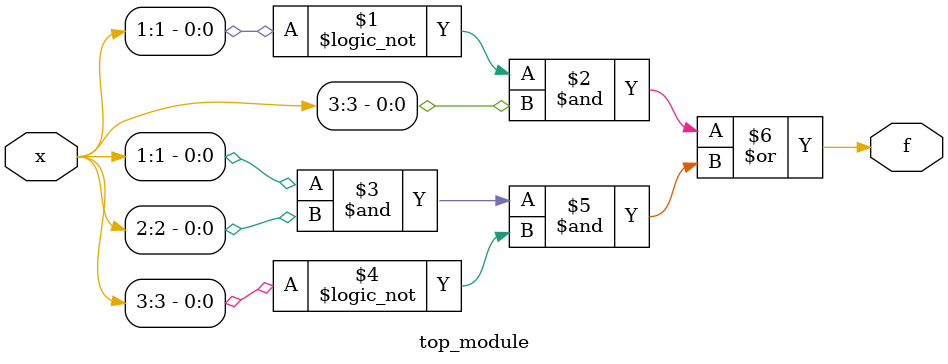
<source format=sv>
module top_module (
    input [4:1] x, 
    output f );

    assign f = (!x[1] & x[3]) | (x[1] & x[2] & !x[3]);
endmodule

</source>
